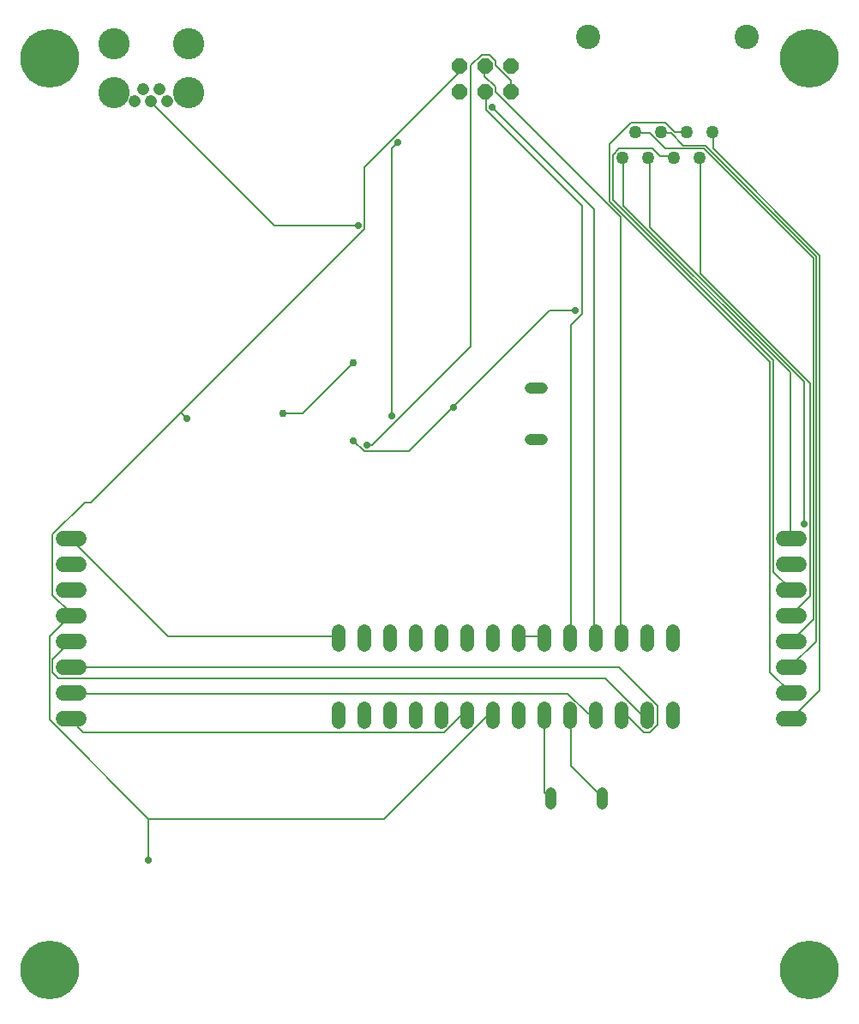
<source format=gbr>
G04 EAGLE Gerber RS-274X export*
G75*
%MOMM*%
%FSLAX34Y34*%
%LPD*%
%INBottom Copper*%
%IPPOS*%
%AMOC8*
5,1,8,0,0,1.08239X$1,22.5*%
G01*
%ADD10C,1.524000*%
%ADD11C,1.117600*%
%ADD12C,1.320800*%
%ADD13P,1.649562X8X22.500000*%
%ADD14C,1.258000*%
%ADD15C,2.400000*%
%ADD16C,1.208000*%
%ADD17C,3.092400*%
%ADD18C,0.756400*%
%ADD19C,0.152400*%
%ADD20C,0.711200*%
%ADD21C,5.800000*%


D10*
X780120Y298300D02*
X764880Y298300D01*
X764880Y323700D02*
X780120Y323700D01*
X780120Y349100D02*
X764880Y349100D01*
X764880Y374500D02*
X780120Y374500D01*
X780120Y399900D02*
X764880Y399900D01*
X764880Y425300D02*
X780120Y425300D01*
X780120Y450700D02*
X764880Y450700D01*
X764880Y476100D02*
X780120Y476100D01*
X68420Y298300D02*
X53180Y298300D01*
X53180Y323700D02*
X68420Y323700D01*
X68420Y349100D02*
X53180Y349100D01*
X53180Y374500D02*
X68420Y374500D01*
X68420Y399900D02*
X53180Y399900D01*
X53180Y425300D02*
X68420Y425300D01*
X68420Y450700D02*
X53180Y450700D01*
X53180Y476100D02*
X68420Y476100D01*
D11*
X514412Y625400D02*
X525588Y625400D01*
X525588Y574600D02*
X514412Y574600D01*
D12*
X324900Y308504D02*
X324900Y295296D01*
X350300Y295296D02*
X350300Y308504D01*
X375700Y308504D02*
X375700Y295296D01*
X401100Y295296D02*
X401100Y308504D01*
X426500Y308504D02*
X426500Y295296D01*
X451900Y295296D02*
X451900Y308504D01*
X477300Y308504D02*
X477300Y295296D01*
X502700Y295296D02*
X502700Y308504D01*
X528100Y308504D02*
X528100Y295296D01*
X553500Y295296D02*
X553500Y308504D01*
X578900Y308504D02*
X578900Y295296D01*
X604300Y295296D02*
X604300Y308504D01*
X629700Y308504D02*
X629700Y295296D01*
X655100Y295296D02*
X655100Y308504D01*
X655100Y371496D02*
X655100Y384704D01*
X629700Y384704D02*
X629700Y371496D01*
X604300Y371496D02*
X604300Y384704D01*
X578900Y384704D02*
X578900Y371496D01*
X553500Y371496D02*
X553500Y384704D01*
X528100Y384704D02*
X528100Y371496D01*
X502700Y371496D02*
X502700Y384704D01*
X477300Y384704D02*
X477300Y371496D01*
X451900Y371496D02*
X451900Y384704D01*
X426500Y384704D02*
X426500Y371496D01*
X401100Y371496D02*
X401100Y384704D01*
X375700Y384704D02*
X375700Y371496D01*
X350300Y371496D02*
X350300Y384704D01*
X324900Y384704D02*
X324900Y371496D01*
D11*
X585400Y225588D02*
X585400Y214412D01*
X534600Y214412D02*
X534600Y225588D01*
D13*
X444600Y917300D03*
X444600Y942700D03*
X470000Y917300D03*
X470000Y942700D03*
X495400Y917300D03*
X495400Y942700D03*
D14*
X694450Y877700D03*
X681750Y852300D03*
X669050Y877700D03*
X656350Y852300D03*
X643650Y877700D03*
X630950Y852300D03*
X618250Y877700D03*
X605550Y852300D03*
D15*
X728000Y971700D03*
X572000Y971700D03*
D16*
X124000Y907750D03*
X132000Y919750D03*
X140000Y907750D03*
X148000Y919750D03*
X156000Y907750D03*
D17*
X103000Y916750D03*
X177000Y916750D03*
X103000Y964250D03*
X177000Y964250D03*
D18*
X270000Y600000D03*
D19*
X290000Y600000D01*
X340000Y650000D01*
D18*
X340000Y650000D03*
D20*
X438432Y605300D03*
D19*
X437388Y605028D02*
X394716Y562356D01*
X437388Y605028D02*
X438432Y605300D01*
X350520Y562356D02*
X339852Y573024D01*
X350520Y562356D02*
X394716Y562356D01*
D20*
X339852Y573024D03*
D19*
X533400Y701040D02*
X559308Y701040D01*
X533400Y701040D02*
X438912Y606552D01*
X438432Y605300D01*
D20*
X559308Y701040D03*
D19*
X443484Y935736D02*
X443484Y941832D01*
X443732Y941832D02*
X444600Y942700D01*
X443732Y941832D02*
X443484Y941832D01*
X137160Y199644D02*
X137160Y158496D01*
X137160Y199644D02*
X39624Y297180D01*
X39624Y379476D01*
X59436Y399288D01*
X60800Y399900D01*
X502920Y379476D02*
X527304Y379476D01*
X502920Y379476D02*
X502700Y378100D01*
X527304Y379476D02*
X528100Y378100D01*
X59436Y400812D02*
X59436Y403860D01*
X42672Y420624D01*
X42672Y480060D01*
X74676Y512064D01*
X59436Y400812D02*
X60800Y399900D01*
D20*
X137160Y158496D03*
D19*
X350520Y842772D02*
X443484Y935736D01*
X350520Y842772D02*
X350520Y781812D01*
X169164Y600456D02*
X80772Y512064D01*
X169164Y600456D02*
X350520Y781812D01*
X80772Y512064D02*
X74676Y512064D01*
X443484Y935736D02*
X444600Y942700D01*
X169164Y600456D02*
X175260Y594360D01*
X472440Y301752D02*
X477012Y301752D01*
X472440Y301752D02*
X370332Y199644D01*
X137160Y199644D01*
X477012Y301752D02*
X477300Y301900D01*
D20*
X175260Y594360D03*
D19*
X495300Y917448D02*
X495300Y928116D01*
X480060Y943356D01*
X480060Y947928D01*
X473964Y954024D01*
X466344Y954024D01*
X455676Y943356D01*
X495300Y917448D02*
X495400Y917300D01*
X358140Y568452D02*
X353568Y568452D01*
D20*
X353568Y568452D03*
D19*
X455676Y665988D02*
X455676Y943356D01*
X455676Y665988D02*
X358140Y568452D01*
X324612Y379476D02*
X156972Y379476D01*
X60960Y475488D01*
X324612Y379476D02*
X324900Y378100D01*
X60960Y475488D02*
X60800Y476100D01*
X528828Y301752D02*
X528828Y225552D01*
X533400Y220980D01*
X528828Y301752D02*
X528100Y301900D01*
X533400Y220980D02*
X534600Y220000D01*
X554736Y251460D02*
X554736Y301752D01*
X554736Y251460D02*
X585216Y220980D01*
X554736Y301752D02*
X553500Y301900D01*
X585216Y220980D02*
X585400Y220000D01*
D20*
X377952Y597408D03*
D19*
X377952Y861060D01*
X384048Y867156D01*
D20*
X384048Y867156D03*
D19*
X623316Y303276D02*
X629412Y303276D01*
X623316Y303276D02*
X588264Y338328D01*
X48768Y338328D01*
X42672Y344424D01*
X42672Y356616D01*
X59436Y373380D01*
X629412Y303276D02*
X629700Y301900D01*
X60800Y374500D02*
X59436Y373380D01*
X605028Y301752D02*
X609600Y301752D01*
X626364Y284988D01*
X632460Y284988D01*
X640080Y292608D01*
X640080Y310896D01*
X601980Y348996D01*
X60960Y348996D01*
X604300Y301900D02*
X605028Y301752D01*
X60960Y348996D02*
X60800Y349100D01*
X571500Y303276D02*
X577596Y303276D01*
X571500Y303276D02*
X551688Y323088D01*
X60960Y323088D01*
X577596Y303276D02*
X578900Y301900D01*
X60960Y323088D02*
X60800Y323700D01*
X446532Y301752D02*
X451104Y301752D01*
X446532Y301752D02*
X429768Y284988D01*
X73152Y284988D01*
X60960Y297180D01*
X451104Y301752D02*
X451900Y301900D01*
X60960Y297180D02*
X60800Y298300D01*
X469392Y932688D02*
X469392Y941832D01*
X470000Y942700D01*
X603504Y794004D02*
X603504Y379476D01*
X603504Y794004D02*
X480060Y917448D01*
X480060Y922020D01*
X469392Y932688D01*
X603504Y379476D02*
X604300Y378100D01*
X577596Y379476D02*
X577596Y801624D01*
X477012Y902208D01*
X577596Y379476D02*
X578900Y378100D01*
D20*
X477012Y902208D03*
D19*
X554736Y687324D02*
X554736Y379476D01*
X554736Y687324D02*
X565404Y697992D01*
X565404Y804672D01*
X470916Y899160D01*
X470916Y915924D01*
X554736Y379476D02*
X553500Y378100D01*
X470916Y915924D02*
X470000Y917300D01*
X694944Y876300D02*
X694944Y861060D01*
X800100Y755904D01*
X800100Y326136D01*
X772668Y298704D01*
X694944Y876300D02*
X694450Y877700D01*
X772668Y298704D02*
X772500Y298300D01*
X606552Y804672D02*
X606552Y851916D01*
X606552Y804672D02*
X771144Y640080D01*
X771144Y477012D01*
X606552Y851916D02*
X605550Y852300D01*
X771144Y477012D02*
X772500Y476100D01*
X344424Y784860D02*
X262128Y784860D01*
X140208Y906780D01*
X140000Y907750D01*
D20*
X344424Y784860D03*
D21*
X40000Y950000D03*
X790000Y950000D03*
X790000Y50000D03*
X40000Y50000D03*
D19*
X656844Y877824D02*
X669036Y877824D01*
X656844Y877824D02*
X647700Y886968D01*
X614172Y886968D01*
X592836Y865632D01*
X592836Y809244D01*
X751332Y650748D01*
X751332Y344424D01*
X771144Y324612D01*
X669050Y877700D02*
X669036Y877824D01*
X771144Y324612D02*
X772500Y323700D01*
X653796Y876300D02*
X644652Y876300D01*
X653796Y876300D02*
X665988Y864108D01*
X687324Y864108D01*
X797052Y754380D01*
X797052Y374904D01*
X772668Y350520D01*
X644652Y876300D02*
X643650Y877700D01*
X772668Y350520D02*
X772500Y349100D01*
X632460Y876300D02*
X618744Y876300D01*
X632460Y876300D02*
X647700Y861060D01*
X685800Y861060D01*
X794004Y752856D01*
X794004Y396240D01*
X772668Y374904D01*
X618744Y876300D02*
X618250Y877700D01*
X772668Y374904D02*
X772500Y374500D01*
X682752Y737616D02*
X682752Y851916D01*
X682752Y737616D02*
X790956Y629412D01*
X790956Y419100D01*
X772668Y400812D01*
X682752Y851916D02*
X681750Y852300D01*
X772668Y400812D02*
X772500Y399900D01*
X655320Y853440D02*
X643128Y853440D01*
X635508Y861060D01*
X601980Y861060D01*
X595884Y854964D01*
X595884Y810768D01*
X754380Y652272D01*
X754380Y443484D01*
X771144Y426720D01*
X656350Y852300D02*
X655320Y853440D01*
X771144Y426720D02*
X772500Y425300D01*
X632460Y783336D02*
X632460Y851916D01*
X632460Y783336D02*
X784860Y630936D01*
X784860Y490728D01*
X632460Y851916D02*
X630950Y852300D01*
D20*
X784860Y490728D03*
M02*

</source>
